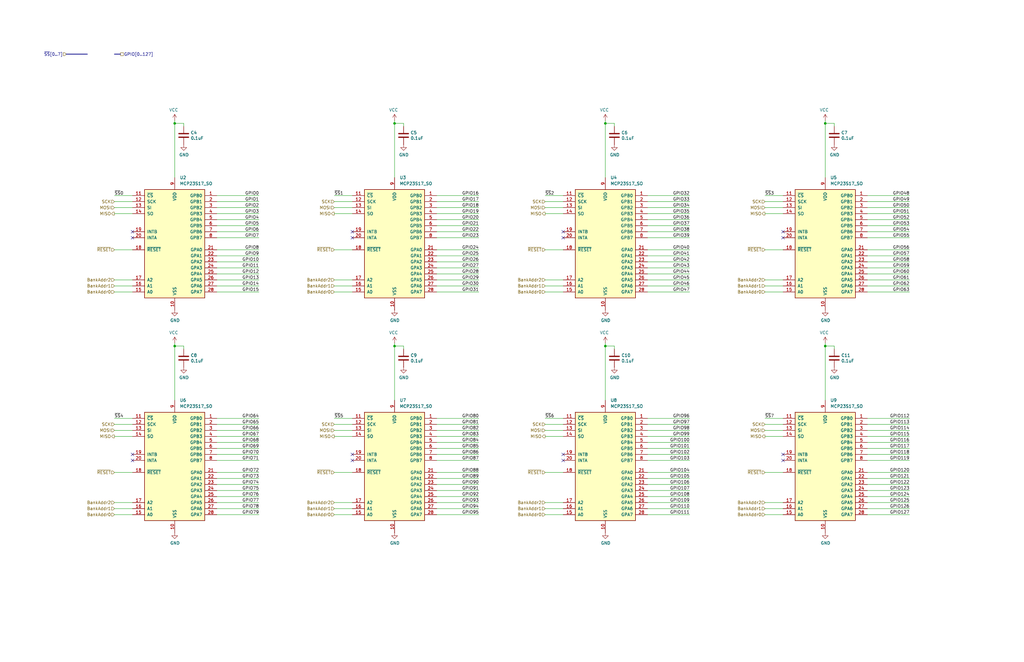
<source format=kicad_sch>
(kicad_sch (version 20250114) (generator "eeschema") (generator_version "9.0")
  (paper "USLedger")
  (title_block (date "2025-08-01"))
  (lib_symbols
    (symbol "Device:C" (pin_numbers (hide yes)) (pin_names (offset 0.254))
      (property "Reference" "C" (at 0.635 2.54 0))
      (property "Value" "C" (at 0.635 -2.54 0))
      (symbol "C_0_1"
        (polyline (pts (xy -2.032 0.762) (xy 2.032 0.762)) (stroke (width 0.508)))
        (polyline (pts (xy -2.032 -0.762) (xy 2.032 -0.762)) (stroke (width 0.508)))
      )
      (symbol "C_1_1"
        (pin passive line (at 0 3.81 270) (length 2.794) (name "~") (number "1"))
        (pin passive line (at 0 -3.81 90) (length 2.794) (name "~") (number "2"))
      )
    )
    (symbol "Interface_Expansion:MCP23S17_SO" (pin_names (offset 1.016))
      (property "Reference" "U" (at -11.43 24.13 0))
      (property "Value" "MCP23S17_SO" (at 0 0 0))
      (symbol "MCP23S17_SO_0_1"
        (rectangle (start -12.7 22.86) (end 12.7 -22.86) (stroke (width 0.254)) (fill (type background)))
      )
      (symbol "MCP23S17_SO_1_1"
        (pin input line (at -17.78 20.32 0) (length 5.08) (name "~{CS}") (number "11"))
        (pin input line (at -17.78 17.78 0) (length 5.08) (name "SCK") (number "12"))
        (pin input line (at -17.78 15.24 0) (length 5.08) (name "SI") (number "13"))
        (pin tri_state line (at -17.78 12.7 0) (length 5.08) (name "SO") (number "14"))
        (pin tri_state line (at -17.78 5.08 0) (length 5.08) (name "INTB") (number "19"))
        (pin tri_state line (at -17.78 2.54 0) (length 5.08) (name "INTA") (number "20"))
        (pin input line (at -17.78 -2.54 0) (length 5.08) (name "~{RESET}") (number "18"))
        (pin input line (at -17.78 -15.24 0) (length 5.08) (name "A2") (number "17"))
        (pin input line (at -17.78 -17.78 0) (length 5.08) (name "A1") (number "16"))
        (pin input line (at -17.78 -20.32 0) (length 5.08) (name "A0") (number "15"))
        (pin power_in line (at 0 27.94 270) (length 5.08) (name "VDD") (number "9"))
        (pin power_in line (at 0 -27.94 90) (length 5.08) (name "VSS") (number "10"))
        (pin bidirectional line (at 17.78 20.32 180) (length 5.08) (name "GPB0") (number "1"))
        (pin bidirectional line (at 17.78 17.78 180) (length 5.08) (name "GPB1") (number "2"))
        (pin bidirectional line (at 17.78 15.24 180) (length 5.08) (name "GPB2") (number "3"))
        (pin bidirectional line (at 17.78 12.7 180) (length 5.08) (name "GPB3") (number "4"))
        (pin bidirectional line (at 17.78 10.16 180) (length 5.08) (name "GPB4") (number "5"))
        (pin bidirectional line (at 17.78 7.62 180) (length 5.08) (name "GPB5") (number "6"))
        (pin bidirectional line (at 17.78 5.08 180) (length 5.08) (name "GPB6") (number "7"))
        (pin bidirectional line (at 17.78 2.54 180) (length 5.08) (name "GPB7") (number "8"))
        (pin bidirectional line (at 17.78 -2.54 180) (length 5.08) (name "GPA0") (number "21"))
        (pin bidirectional line (at 17.78 -5.08 180) (length 5.08) (name "GPA1") (number "22"))
        (pin bidirectional line (at 17.78 -7.62 180) (length 5.08) (name "GPA2") (number "23"))
        (pin bidirectional line (at 17.78 -10.16 180) (length 5.08) (name "GPA3") (number "24"))
        (pin bidirectional line (at 17.78 -12.7 180) (length 5.08) (name "GPA4") (number "25"))
        (pin bidirectional line (at 17.78 -15.24 180) (length 5.08) (name "GPA5") (number "26"))
        (pin bidirectional line (at 17.78 -17.78 180) (length 5.08) (name "GPA6") (number "27"))
        (pin bidirectional line (at 17.78 -20.32 180) (length 5.08) (name "GPA7") (number "28"))
      )
    )
    (symbol "power:GND" (power) (pin_numbers (hide yes)) (pin_names (offset 0) (hide yes))
      (property "Value" "GND" (at 0 -3.81 0))
      (symbol "GND_0_1"
        (polyline (pts (xy 0 0) (xy 0 -1.27) (xy 1.27 -1.27) (xy 0 -2.54) (xy -1.27 -1.27) (xy 0 -1.27)))
      )
      (symbol "GND_1_1"
        (pin power_in line (at 0 0 270) (length 0) (name "~") (number "1"))
      )
    )
    (symbol "power:VCC" (power) (pin_numbers (hide yes)) (pin_names (offset 0) (hide yes))
      (property "Value" "VCC" (at 0 3.556 0))
      (symbol "VCC_0_1"
        (polyline (pts (xy -0.762 1.27) (xy 0 2.54)))
        (polyline (pts (xy 0 2.54) (xy 0.762 1.27)))
        (polyline (pts (xy 0 0) (xy 0 2.54)))
      )
      (symbol "VCC_1_1"
        (pin power_in line (at 0 0 90) (length 0) (name "~") (number "1"))
      )
    )
  )
  (junction (at 73.66 52.07))
  (junction (at 255.27 146.05))
  (junction (at 166.37 146.05))
  (junction (at 73.66 146.05))
  (junction (at 347.98 146.05))
  (junction (at 347.98 52.07))
  (junction (at 166.37 52.07))
  (junction (at 255.27 52.07))
  (no_connect (at 330.2 191.77))
  (no_connect (at 148.59 97.79))
  (no_connect (at 237.49 194.31))
  (no_connect (at 237.49 100.33))
  (no_connect (at 55.88 194.31))
  (no_connect (at 55.88 100.33))
  (no_connect (at 237.49 97.79))
  (no_connect (at 55.88 191.77))
  (no_connect (at 148.59 191.77))
  (no_connect (at 55.88 97.79))
  (no_connect (at 237.49 191.77))
  (no_connect (at 330.2 100.33))
  (no_connect (at 330.2 194.31))
  (no_connect (at 148.59 194.31))
  (no_connect (at 330.2 97.79))
  (no_connect (at 148.59 100.33))
  (wire (pts (xy 322.58 90.17) (xy 330.2 90.17)))
  (wire (pts (xy 201.93 179.07) (xy 184.15 179.07)))
  (wire (pts (xy 201.93 189.23) (xy 184.15 189.23)))
  (wire (pts (xy 201.93 214.63) (xy 184.15 214.63)))
  (wire (pts (xy 140.97 179.07) (xy 148.59 179.07)))
  (wire (pts (xy 201.93 110.49) (xy 184.15 110.49)))
  (wire (pts (xy 140.97 181.61) (xy 148.59 181.61)))
  (wire (pts (xy 322.58 176.53) (xy 330.2 176.53)))
  (wire (pts (xy 201.93 107.95) (xy 184.15 107.95)))
  (wire (pts (xy 322.58 118.11) (xy 330.2 118.11)))
  (wire (pts (xy 383.54 110.49) (xy 365.76 110.49)))
  (wire (pts (xy 229.87 199.39) (xy 237.49 199.39)))
  (wire (pts (xy 229.87 120.65) (xy 237.49 120.65)))
  (wire (pts (xy 201.93 92.71) (xy 184.15 92.71)))
  (wire (pts (xy 383.54 123.19) (xy 365.76 123.19)))
  (wire (pts (xy 290.83 110.49) (xy 273.05 110.49)))
  (wire (pts (xy 229.87 87.63) (xy 237.49 87.63)))
  (wire (pts (xy 73.66 50.8) (xy 73.66 52.07)))
  (wire (pts (xy 259.08 147.32) (xy 259.08 146.05)))
  (wire (pts (xy 48.26 179.07) (xy 55.88 179.07)))
  (wire (pts (xy 322.58 199.39) (xy 330.2 199.39)))
  (wire (pts (xy 109.22 118.11) (xy 91.44 118.11)))
  (wire (pts (xy 383.54 207.01) (xy 365.76 207.01)))
  (wire (pts (xy 201.93 120.65) (xy 184.15 120.65)))
  (wire (pts (xy 290.83 199.39) (xy 273.05 199.39)))
  (wire (pts (xy 383.54 107.95) (xy 365.76 107.95)))
  (wire (pts (xy 322.58 179.07) (xy 330.2 179.07)))
  (wire (pts (xy 383.54 176.53) (xy 365.76 176.53)))
  (wire (pts (xy 109.22 110.49) (xy 91.44 110.49)))
  (wire (pts (xy 383.54 179.07) (xy 365.76 179.07)))
  (wire (pts (xy 48.26 217.17) (xy 55.88 217.17)))
  (wire (pts (xy 290.83 186.69) (xy 273.05 186.69)))
  (wire (pts (xy 166.37 50.8) (xy 166.37 52.07)))
  (wire (pts (xy 140.97 85.09) (xy 148.59 85.09)))
  (wire (pts (xy 48.26 214.63) (xy 55.88 214.63)))
  (wire (pts (xy 109.22 181.61) (xy 91.44 181.61)))
  (wire (pts (xy 290.83 87.63) (xy 273.05 87.63)))
  (wire (pts (xy 170.18 53.34) (xy 170.18 52.07)))
  (wire (pts (xy 290.83 217.17) (xy 273.05 217.17)))
  (wire (pts (xy 290.83 118.11) (xy 273.05 118.11)))
  (wire (pts (xy 290.83 184.15) (xy 273.05 184.15)))
  (wire (pts (xy 201.93 85.09) (xy 184.15 85.09)))
  (wire (pts (xy 109.22 82.55) (xy 91.44 82.55)))
  (wire (pts (xy 109.22 115.57) (xy 91.44 115.57)))
  (wire (pts (xy 201.93 97.79) (xy 184.15 97.79)))
  (wire (pts (xy 347.98 52.07) (xy 351.79 52.07)))
  (wire (pts (xy 322.58 87.63) (xy 330.2 87.63)))
  (wire (pts (xy 322.58 217.17) (xy 330.2 217.17)))
  (wire (pts (xy 140.97 184.15) (xy 148.59 184.15)))
  (wire (pts (xy 48.26 105.41) (xy 55.88 105.41)))
  (wire (pts (xy 347.98 52.07) (xy 347.98 74.93)))
  (bus (pts (xy 27.94 22.86) (xy 36.83 22.86)))
  (wire (pts (xy 290.83 204.47) (xy 273.05 204.47)))
  (wire (pts (xy 383.54 85.09) (xy 365.76 85.09)))
  (wire (pts (xy 290.83 120.65) (xy 273.05 120.65)))
  (wire (pts (xy 383.54 92.71) (xy 365.76 92.71)))
  (wire (pts (xy 201.93 209.55) (xy 184.15 209.55)))
  (wire (pts (xy 383.54 184.15) (xy 365.76 184.15)))
  (wire (pts (xy 77.47 53.34) (xy 77.47 52.07)))
  (bus (pts (xy 50.8 22.86) (xy 48.26 22.86)))
  (wire (pts (xy 383.54 115.57) (xy 365.76 115.57)))
  (wire (pts (xy 229.87 82.55) (xy 237.49 82.55)))
  (wire (pts (xy 48.26 184.15) (xy 55.88 184.15)))
  (wire (pts (xy 166.37 146.05) (xy 170.18 146.05)))
  (wire (pts (xy 201.93 115.57) (xy 184.15 115.57)))
  (wire (pts (xy 229.87 212.09) (xy 237.49 212.09)))
  (wire (pts (xy 140.97 214.63) (xy 148.59 214.63)))
  (wire (pts (xy 48.26 199.39) (xy 55.88 199.39)))
  (wire (pts (xy 383.54 186.69) (xy 365.76 186.69)))
  (wire (pts (xy 201.93 123.19) (xy 184.15 123.19)))
  (wire (pts (xy 109.22 87.63) (xy 91.44 87.63)))
  (wire (pts (xy 290.83 181.61) (xy 273.05 181.61)))
  (wire (pts (xy 166.37 144.78) (xy 166.37 146.05)))
  (wire (pts (xy 109.22 201.93) (xy 91.44 201.93)))
  (wire (pts (xy 109.22 100.33) (xy 91.44 100.33)))
  (wire (pts (xy 48.26 90.17) (xy 55.88 90.17)))
  (wire (pts (xy 109.22 207.01) (xy 91.44 207.01)))
  (wire (pts (xy 229.87 176.53) (xy 237.49 176.53)))
  (wire (pts (xy 73.66 146.05) (xy 77.47 146.05)))
  (wire (pts (xy 383.54 191.77) (xy 365.76 191.77)))
  (wire (pts (xy 109.22 179.07) (xy 91.44 179.07)))
  (wire (pts (xy 201.93 105.41) (xy 184.15 105.41)))
  (wire (pts (xy 322.58 85.09) (xy 330.2 85.09)))
  (wire (pts (xy 229.87 123.19) (xy 237.49 123.19)))
  (wire (pts (xy 383.54 100.33) (xy 365.76 100.33)))
  (wire (pts (xy 322.58 82.55) (xy 330.2 82.55)))
  (wire (pts (xy 140.97 123.19) (xy 148.59 123.19)))
  (wire (pts (xy 48.26 120.65) (xy 55.88 120.65)))
  (wire (pts (xy 109.22 107.95) (xy 91.44 107.95)))
  (wire (pts (xy 166.37 146.05) (xy 166.37 168.91)))
  (wire (pts (xy 383.54 97.79) (xy 365.76 97.79)))
  (wire (pts (xy 166.37 52.07) (xy 166.37 74.93)))
  (wire (pts (xy 347.98 144.78) (xy 347.98 146.05)))
  (wire (pts (xy 229.87 184.15) (xy 237.49 184.15)))
  (wire (pts (xy 383.54 194.31) (xy 365.76 194.31)))
  (wire (pts (xy 290.83 92.71) (xy 273.05 92.71)))
  (wire (pts (xy 77.47 147.32) (xy 77.47 146.05)))
  (wire (pts (xy 322.58 181.61) (xy 330.2 181.61)))
  (wire (pts (xy 383.54 90.17) (xy 365.76 90.17)))
  (wire (pts (xy 73.66 52.07) (xy 73.66 74.93)))
  (wire (pts (xy 290.83 201.93) (xy 273.05 201.93)))
  (wire (pts (xy 229.87 118.11) (xy 237.49 118.11)))
  (wire (pts (xy 351.79 147.32) (xy 351.79 146.05)))
  (wire (pts (xy 201.93 184.15) (xy 184.15 184.15)))
  (wire (pts (xy 109.22 186.69) (xy 91.44 186.69)))
  (wire (pts (xy 290.83 176.53) (xy 273.05 176.53)))
  (wire (pts (xy 322.58 214.63) (xy 330.2 214.63)))
  (wire (pts (xy 140.97 217.17) (xy 148.59 217.17)))
  (wire (pts (xy 255.27 146.05) (xy 259.08 146.05)))
  (wire (pts (xy 109.22 95.25) (xy 91.44 95.25)))
  (wire (pts (xy 73.66 146.05) (xy 73.66 168.91)))
  (wire (pts (xy 383.54 120.65) (xy 365.76 120.65)))
  (wire (pts (xy 166.37 52.07) (xy 170.18 52.07)))
  (wire (pts (xy 73.66 144.78) (xy 73.66 146.05)))
  (wire (pts (xy 48.26 212.09) (xy 55.88 212.09)))
  (wire (pts (xy 109.22 113.03) (xy 91.44 113.03)))
  (wire (pts (xy 48.26 181.61) (xy 55.88 181.61)))
  (wire (pts (xy 229.87 85.09) (xy 237.49 85.09)))
  (wire (pts (xy 383.54 217.17) (xy 365.76 217.17)))
  (wire (pts (xy 229.87 217.17) (xy 237.49 217.17)))
  (wire (pts (xy 109.22 176.53) (xy 91.44 176.53)))
  (wire (pts (xy 383.54 204.47) (xy 365.76 204.47)))
  (wire (pts (xy 140.97 90.17) (xy 148.59 90.17)))
  (wire (pts (xy 140.97 212.09) (xy 148.59 212.09)))
  (wire (pts (xy 383.54 118.11) (xy 365.76 118.11)))
  (wire (pts (xy 290.83 90.17) (xy 273.05 90.17)))
  (wire (pts (xy 383.54 209.55) (xy 365.76 209.55)))
  (wire (pts (xy 229.87 181.61) (xy 237.49 181.61)))
  (wire (pts (xy 322.58 212.09) (xy 330.2 212.09)))
  (wire (pts (xy 201.93 100.33) (xy 184.15 100.33)))
  (wire (pts (xy 201.93 118.11) (xy 184.15 118.11)))
  (wire (pts (xy 109.22 214.63) (xy 91.44 214.63)))
  (wire (pts (xy 259.08 53.34) (xy 259.08 52.07)))
  (wire (pts (xy 140.97 105.41) (xy 148.59 105.41)))
  (wire (pts (xy 290.83 105.41) (xy 273.05 105.41)))
  (wire (pts (xy 290.83 191.77) (xy 273.05 191.77)))
  (wire (pts (xy 109.22 212.09) (xy 91.44 212.09)))
  (wire (pts (xy 140.97 199.39) (xy 148.59 199.39)))
  (wire (pts (xy 48.26 85.09) (xy 55.88 85.09)))
  (wire (pts (xy 170.18 147.32) (xy 170.18 146.05)))
  (wire (pts (xy 109.22 209.55) (xy 91.44 209.55)))
  (wire (pts (xy 140.97 118.11) (xy 148.59 118.11)))
  (wire (pts (xy 322.58 105.41) (xy 330.2 105.41)))
  (wire (pts (xy 140.97 120.65) (xy 148.59 120.65)))
  (wire (pts (xy 322.58 123.19) (xy 330.2 123.19)))
  (wire (pts (xy 383.54 212.09) (xy 365.76 212.09)))
  (wire (pts (xy 201.93 194.31) (xy 184.15 194.31)))
  (wire (pts (xy 48.26 123.19) (xy 55.88 123.19)))
  (wire (pts (xy 347.98 146.05) (xy 351.79 146.05)))
  (wire (pts (xy 201.93 201.93) (xy 184.15 201.93)))
  (wire (pts (xy 109.22 90.17) (xy 91.44 90.17)))
  (wire (pts (xy 383.54 113.03) (xy 365.76 113.03)))
  (wire (pts (xy 109.22 92.71) (xy 91.44 92.71)))
  (wire (pts (xy 383.54 95.25) (xy 365.76 95.25)))
  (wire (pts (xy 109.22 184.15) (xy 91.44 184.15)))
  (wire (pts (xy 201.93 90.17) (xy 184.15 90.17)))
  (wire (pts (xy 109.22 123.19) (xy 91.44 123.19)))
  (wire (pts (xy 290.83 95.25) (xy 273.05 95.25)))
  (wire (pts (xy 290.83 97.79) (xy 273.05 97.79)))
  (wire (pts (xy 109.22 199.39) (xy 91.44 199.39)))
  (wire (pts (xy 255.27 146.05) (xy 255.27 168.91)))
  (wire (pts (xy 290.83 189.23) (xy 273.05 189.23)))
  (wire (pts (xy 229.87 90.17) (xy 237.49 90.17)))
  (wire (pts (xy 255.27 52.07) (xy 259.08 52.07)))
  (wire (pts (xy 201.93 176.53) (xy 184.15 176.53)))
  (wire (pts (xy 229.87 179.07) (xy 237.49 179.07)))
  (wire (pts (xy 201.93 186.69) (xy 184.15 186.69)))
  (wire (pts (xy 109.22 105.41) (xy 91.44 105.41)))
  (wire (pts (xy 109.22 217.17) (xy 91.44 217.17)))
  (wire (pts (xy 140.97 176.53) (xy 148.59 176.53)))
  (wire (pts (xy 48.26 87.63) (xy 55.88 87.63)))
  (wire (pts (xy 290.83 82.55) (xy 273.05 82.55)))
  (wire (pts (xy 201.93 87.63) (xy 184.15 87.63)))
  (wire (pts (xy 383.54 105.41) (xy 365.76 105.41)))
  (wire (pts (xy 255.27 144.78) (xy 255.27 146.05)))
  (wire (pts (xy 290.83 123.19) (xy 273.05 123.19)))
  (wire (pts (xy 290.83 179.07) (xy 273.05 179.07)))
  (wire (pts (xy 109.22 189.23) (xy 91.44 189.23)))
  (wire (pts (xy 290.83 209.55) (xy 273.05 209.55)))
  (wire (pts (xy 48.26 176.53) (xy 55.88 176.53)))
  (wire (pts (xy 229.87 105.41) (xy 237.49 105.41)))
  (wire (pts (xy 351.79 53.34) (xy 351.79 52.07)))
  (wire (pts (xy 73.66 52.07) (xy 77.47 52.07)))
  (wire (pts (xy 347.98 146.05) (xy 347.98 168.91)))
  (wire (pts (xy 201.93 212.09) (xy 184.15 212.09)))
  (wire (pts (xy 109.22 204.47) (xy 91.44 204.47)))
  (wire (pts (xy 290.83 115.57) (xy 273.05 115.57)))
  (wire (pts (xy 109.22 97.79) (xy 91.44 97.79)))
  (wire (pts (xy 383.54 214.63) (xy 365.76 214.63)))
  (wire (pts (xy 255.27 50.8) (xy 255.27 52.07)))
  (wire (pts (xy 290.83 107.95) (xy 273.05 107.95)))
  (wire (pts (xy 290.83 212.09) (xy 273.05 212.09)))
  (wire (pts (xy 201.93 191.77) (xy 184.15 191.77)))
  (wire (pts (xy 140.97 87.63) (xy 148.59 87.63)))
  (wire (pts (xy 201.93 217.17) (xy 184.15 217.17)))
  (wire (pts (xy 201.93 82.55) (xy 184.15 82.55)))
  (wire (pts (xy 290.83 194.31) (xy 273.05 194.31)))
  (wire (pts (xy 255.27 52.07) (xy 255.27 74.93)))
  (wire (pts (xy 290.83 100.33) (xy 273.05 100.33)))
  (wire (pts (xy 109.22 194.31) (xy 91.44 194.31)))
  (wire (pts (xy 201.93 199.39) (xy 184.15 199.39)))
  (wire (pts (xy 383.54 199.39) (xy 365.76 199.39)))
  (wire (pts (xy 48.26 82.55) (xy 55.88 82.55)))
  (wire (pts (xy 383.54 87.63) (xy 365.76 87.63)))
  (wire (pts (xy 201.93 207.01) (xy 184.15 207.01)))
  (wire (pts (xy 290.83 85.09) (xy 273.05 85.09)))
  (wire (pts (xy 201.93 95.25) (xy 184.15 95.25)))
  (wire (pts (xy 48.26 118.11) (xy 55.88 118.11)))
  (wire (pts (xy 109.22 120.65) (xy 91.44 120.65)))
  (wire (pts (xy 347.98 50.8) (xy 347.98 52.07)))
  (wire (pts (xy 109.22 191.77) (xy 91.44 191.77)))
  (wire (pts (xy 322.58 184.15) (xy 330.2 184.15)))
  (wire (pts (xy 201.93 113.03) (xy 184.15 113.03)))
  (wire (pts (xy 109.22 85.09) (xy 91.44 85.09)))
  (wire (pts (xy 140.97 82.55) (xy 148.59 82.55)))
  (wire (pts (xy 383.54 189.23) (xy 365.76 189.23)))
  (wire (pts (xy 290.83 207.01) (xy 273.05 207.01)))
  (wire (pts (xy 290.83 113.03) (xy 273.05 113.03)))
  (wire (pts (xy 383.54 181.61) (xy 365.76 181.61)))
  (wire (pts (xy 201.93 204.47) (xy 184.15 204.47)))
  (wire (pts (xy 229.87 214.63) (xy 237.49 214.63)))
  (wire (pts (xy 322.58 120.65) (xy 330.2 120.65)))
  (wire (pts (xy 383.54 201.93) (xy 365.76 201.93)))
  (wire (pts (xy 383.54 82.55) (xy 365.76 82.55)))
  (wire (pts (xy 201.93 181.61) (xy 184.15 181.61)))
  (wire (pts (xy 290.83 214.63) (xy 273.05 214.63)))
  (label "GPIO0" (at 109.22 82.55 180))
  (label "GPIO30" (at 201.93 120.65 180))
  (label "GPIO117" (at 383.54 189.23 180))
  (label "GPIO38" (at 290.83 97.79 180))
  (label "GPIO88" (at 201.93 199.39 180))
  (label "GPIO40" (at 290.83 105.41 180))
  (label "GPIO29" (at 201.93 118.11 180))
  (label "GPIO90" (at 201.93 204.47 180))
  (label "GPIO118" (at 383.54 191.77 180))
  (label "GPIO11" (at 109.22 113.03 180))
  (label "GPIO10" (at 109.22 110.49 180))
  (label "GPIO68" (at 109.22 186.69 180))
  (label "GPIO8" (at 109.22 105.41 180))
  (label "GPIO115" (at 383.54 184.15 180))
  (label "GPIO100" (at 290.83 186.69 180))
  (label "GPIO114" (at 383.54 181.61 180))
  (label "~{SS}4" (at 48.26 176.53 0))
  (label "GPIO7" (at 109.22 100.33 180))
  (label "GPIO93" (at 201.93 212.09 180))
  (label "GPIO34" (at 290.83 87.63 180))
  (label "GPIO121" (at 383.54 201.93 180))
  (label "GPIO54" (at 383.54 97.79 180))
  (label "GPIO9" (at 109.22 107.95 180))
  (label "GPIO36" (at 290.83 92.71 180))
  (label "GPIO62" (at 383.54 120.65 180))
  (label "GPIO59" (at 383.54 113.03 180))
  (label "GPIO105" (at 290.83 201.93 180))
  (label "GPIO31" (at 201.93 123.19 180))
  (label "GPIO58" (at 383.54 110.49 180))
  (label "GPIO48" (at 383.54 82.55 180))
  (label "GPIO85" (at 201.93 189.23 180))
  (label "GPIO65" (at 109.22 179.07 180))
  (label "GPIO96" (at 290.83 176.53 180))
  (label "GPIO104" (at 290.83 199.39 180))
  (label "GPIO95" (at 201.93 217.17 180))
  (label "~{SS}3" (at 322.58 82.55 0))
  (label "GPIO39" (at 290.83 100.33 180))
  (label "GPIO66" (at 109.22 181.61 180))
  (label "GPIO22" (at 201.93 97.79 180))
  (label "GPIO3" (at 109.22 90.17 180))
  (label "GPIO47" (at 290.83 123.19 180))
  (label "GPIO108" (at 290.83 209.55 180))
  (label "GPIO89" (at 201.93 201.93 180))
  (label "GPIO124" (at 383.54 209.55 180))
  (label "GPIO84" (at 201.93 186.69 180))
  (label "GPIO70" (at 109.22 191.77 180))
  (label "GPIO79" (at 109.22 217.17 180))
  (label "GPIO113" (at 383.54 179.07 180))
  (label "GPIO4" (at 109.22 92.71 180))
  (label "GPIO24" (at 201.93 105.41 180))
  (label "GPIO103" (at 290.83 194.31 180))
  (label "GPIO33" (at 290.83 85.09 180))
  (label "GPIO21" (at 201.93 95.25 180))
  (label "GPIO127" (at 383.54 217.17 180))
  (label "GPIO112" (at 383.54 176.53 180))
  (label "GPIO18" (at 201.93 87.63 180))
  (label "GPIO92" (at 201.93 209.55 180))
  (label "GPIO16" (at 201.93 82.55 180))
  (label "GPIO50" (at 383.54 87.63 180))
  (label "GPIO122" (at 383.54 204.47 180))
  (label "GPIO1" (at 109.22 85.09 180))
  (label "GPIO77" (at 109.22 212.09 180))
  (label "GPIO74" (at 109.22 204.47 180))
  (label "GPIO35" (at 290.83 90.17 180))
  (label "GPIO87" (at 201.93 194.31 180))
  (label "GPIO72" (at 109.22 199.39 180))
  (label "GPIO64" (at 109.22 176.53 180))
  (label "GPIO27" (at 201.93 113.03 180))
  (label "GPIO75" (at 109.22 207.01 180))
  (label "GPIO81" (at 201.93 179.07 180))
  (label "GPIO116" (at 383.54 186.69 180))
  (label "GPIO49" (at 383.54 85.09 180))
  (label "GPIO120" (at 383.54 199.39 180))
  (label "GPIO15" (at 109.22 123.19 180))
  (label "GPIO60" (at 383.54 115.57 180))
  (label "GPIO55" (at 383.54 100.33 180))
  (label "GPIO86" (at 201.93 191.77 180))
  (label "GPIO13" (at 109.22 118.11 180))
  (label "GPIO20" (at 201.93 92.71 180))
  (label "GPIO14" (at 109.22 120.65 180))
  (label "GPIO126" (at 383.54 214.63 180))
  (label "GPIO61" (at 383.54 118.11 180))
  (label "GPIO17" (at 201.93 85.09 180))
  (label "GPIO125" (at 383.54 212.09 180))
  (label "GPIO102" (at 290.83 191.77 180))
  (label "GPIO98" (at 290.83 181.61 180))
  (label "GPIO57" (at 383.54 107.95 180))
  (label "GPIO71" (at 109.22 194.31 180))
  (label "GPIO23" (at 201.93 100.33 180))
  (label "GPIO28" (at 201.93 115.57 180))
  (label "GPIO123" (at 383.54 207.01 180))
  (label "GPIO119" (at 383.54 194.31 180))
  (label "GPIO46" (at 290.83 120.65 180))
  (label "GPIO83" (at 201.93 184.15 180))
  (label "GPIO19" (at 201.93 90.17 180))
  (label "GPIO110" (at 290.83 214.63 180))
  (label "GPIO76" (at 109.22 209.55 180))
  (label "GPIO80" (at 201.93 176.53 180))
  (label "GPIO53" (at 383.54 95.25 180))
  (label "GPIO82" (at 201.93 181.61 180))
  (label "GPIO91" (at 201.93 207.01 180))
  (label "GPIO51" (at 383.54 90.17 180))
  (label "GPIO42" (at 290.83 110.49 180))
  (label "GPIO94" (at 201.93 214.63 180))
  (label "GPIO37" (at 290.83 95.25 180))
  (label "GPIO26" (at 201.93 110.49 180))
  (label "GPIO106" (at 290.83 204.47 180))
  (label "GPIO107" (at 290.83 207.01 180))
  (label "GPIO5" (at 109.22 95.25 180))
  (label "~{SS}7" (at 322.58 176.53 0))
  (label "GPIO2" (at 109.22 87.63 180))
  (label "GPIO43" (at 290.83 113.03 180))
  (label "~{SS}6" (at 229.87 176.53 0))
  (label "GPIO52" (at 383.54 92.71 180))
  (label "GPIO44" (at 290.83 115.57 180))
  (label "~{SS}5" (at 140.97 176.53 0))
  (label "GPIO111" (at 290.83 217.17 180))
  (label "GPIO109" (at 290.83 212.09 180))
  (label "GPIO45" (at 290.83 118.11 180))
  (label "GPIO25" (at 201.93 107.95 180))
  (label "~{SS}0" (at 48.26 82.55 0))
  (label "GPIO41" (at 290.83 107.95 180))
  (label "GPIO56" (at 383.54 105.41 180))
  (label "~{SS}1" (at 140.97 82.55 0))
  (label "~{SS}2" (at 229.87 82.55 0))
  (label "GPIO101" (at 290.83 189.23 180))
  (label "GPIO32" (at 290.83 82.55 180))
  (label "GPIO78" (at 109.22 214.63 180))
  (label "GPIO97" (at 290.83 179.07 180))
  (label "GPIO99" (at 290.83 184.15 180))
  (label "GPIO63" (at 383.54 123.19 180))
  (label "GPIO69" (at 109.22 189.23 180))
  (label "GPIO73" (at 109.22 201.93 180))
  (label "GPIO12" (at 109.22 115.57 180))
  (label "GPIO67" (at 109.22 184.15 180))
  (label "GPIO6" (at 109.22 97.79 180))
  (hierarchical_label "~{SS}[0..7]" (shape input) (at 27.94 22.86 180))
  (hierarchical_label "BankAddr0" (shape input) (at 140.97 123.19 180))
  (hierarchical_label "BankAddr1" (shape input) (at 48.26 214.63 180))
  (hierarchical_label "MISO" (shape output) (at 322.58 90.17 180))
  (hierarchical_label "~{RESET}" (shape input) (at 229.87 199.39 180))
  (hierarchical_label "MOSI" (shape input) (at 322.58 87.63 180))
  (hierarchical_label "MOSI" (shape input) (at 229.87 87.63 180))
  (hierarchical_label "~{RESET}" (shape input) (at 229.87 105.41 180))
  (hierarchical_label "BankAddr2" (shape input) (at 48.26 118.11 180))
  (hierarchical_label "~{RESET}" (shape input) (at 48.26 199.39 180))
  (hierarchical_label "~{RESET}" (shape input) (at 322.58 199.39 180))
  (hierarchical_label "MISO" (shape output) (at 229.87 184.15 180))
  (hierarchical_label "BankAddr1" (shape input) (at 140.97 214.63 180))
  (hierarchical_label "MISO" (shape output) (at 322.58 184.15 180))
  (hierarchical_label "MOSI" (shape input) (at 322.58 181.61 180))
  (hierarchical_label "MOSI" (shape input) (at 48.26 87.63 180))
  (hierarchical_label "MISO" (shape output) (at 140.97 184.15 180))
  (hierarchical_label "BankAddr2" (shape input) (at 140.97 212.09 180))
  (hierarchical_label "MOSI" (shape input) (at 48.26 181.61 180))
  (hierarchical_label "BankAddr2" (shape input) (at 48.26 212.09 180))
  (hierarchical_label "BankAddr2" (shape input) (at 322.58 212.09 180))
  (hierarchical_label "SCK" (shape input) (at 322.58 179.07 180))
  (hierarchical_label "SCK" (shape input) (at 229.87 179.07 180))
  (hierarchical_label "BankAddr2" (shape input) (at 229.87 118.11 180))
  (hierarchical_label "MISO" (shape output) (at 48.26 184.15 180))
  (hierarchical_label "SCK" (shape input) (at 140.97 85.09 180))
  (hierarchical_label "~{RESET}" (shape input) (at 140.97 105.41 180))
  (hierarchical_label "MOSI" (shape input) (at 140.97 87.63 180))
  (hierarchical_label "BankAddr1" (shape input) (at 48.26 120.65 180))
  (hierarchical_label "MISO" (shape output) (at 140.97 90.17 180))
  (hierarchical_label "BankAddr0" (shape input) (at 322.58 123.19 180))
  (hierarchical_label "SCK" (shape input) (at 140.97 179.07 180))
  (hierarchical_label "BankAddr1" (shape input) (at 140.97 120.65 180))
  (hierarchical_label "BankAddr1" (shape input) (at 229.87 214.63 180))
  (hierarchical_label "BankAddr1" (shape input) (at 229.87 120.65 180))
  (hierarchical_label "SCK" (shape input) (at 322.58 85.09 180))
  (hierarchical_label "~{RESET}" (shape input) (at 322.58 105.41 180))
  (hierarchical_label "~{RESET}" (shape input) (at 48.26 105.41 180))
  (hierarchical_label "BankAddr0" (shape input) (at 229.87 123.19 180))
  (hierarchical_label "BankAddr0" (shape input) (at 140.97 217.17 180))
  (hierarchical_label "~{RESET}" (shape input) (at 140.97 199.39 180))
  (hierarchical_label "BankAddr2" (shape input) (at 140.97 118.11 180))
  (hierarchical_label "SCK" (shape input) (at 48.26 85.09 180))
  (hierarchical_label "MOSI" (shape input) (at 140.97 181.61 180))
  (hierarchical_label "SCK" (shape input) (at 48.26 179.07 180))
  (hierarchical_label "BankAddr1" (shape input) (at 322.58 120.65 180))
  (hierarchical_label "GPIO[0..127]" (shape passive) (at 50.8 22.86 0))
  (hierarchical_label "BankAddr0" (shape input) (at 229.87 217.17 180))
  (hierarchical_label "SCK" (shape input) (at 229.87 85.09 180))
  (hierarchical_label "BankAddr2" (shape input) (at 322.58 118.11 180))
  (hierarchical_label "BankAddr1" (shape input) (at 322.58 214.63 180))
  (hierarchical_label "BankAddr0" (shape input) (at 48.26 123.19 180))
  (hierarchical_label "MISO" (shape output) (at 229.87 90.17 180))
  (hierarchical_label "BankAddr0" (shape input) (at 48.26 217.17 180))
  (hierarchical_label "BankAddr0" (shape input) (at 322.58 217.17 180))
  (hierarchical_label "MOSI" (shape input) (at 229.87 181.61 180))
  (hierarchical_label "BankAddr2" (shape input) (at 229.87 212.09 180))
  (hierarchical_label "MISO" (shape output) (at 48.26 90.17 180))
  (symbol (lib_id "Device:C") (at 351.79 151.13 0) (unit 1)
    (property "Reference" "C11" (at 354.711 149.9616 0) (effects (justify left)))
    (property "Value" "0.1uF" (at 354.711 152.273 0) (effects (justify left)))
    (property "Footprint" "Capacitor_SMD:C_0603_1608Metric" (effects (hide yes)))
    (property "Datasheet" "https://www.mouser.com/datasheet/2/396/taiyo_yuden_12132018_mlcc11_hq_e-1510082.pdf" (effects (hide yes)))
    (property "Manufacturer" "Taiyo Yuden" (effects (hide yes)))
    (property "Manufacturer#" "EMK107B7104KAHT" (effects (hide yes)))
    (property "Mouser#" "963-EMK107B7104KAHT" (effects (hide yes)))
    (property "Digikey#" "587-6004-1-ND" (effects (hide yes)))
  )
  (symbol (lib_id "power:VCC") (at 166.37 50.8 0) (mirror y) (unit 1)
    (property "Reference" "#PWR026" (effects (hide yes)))
    (property "Value" "VCC" (at 165.9382 46.4058 0))
    (property "Description" "Power symbol creates a global label with name \"VCC\"" (effects (hide yes)))
  )
  (symbol (lib_id "Interface_Expansion:MCP23S17_SO") (at 255.27 196.85 0) (unit 1)
    (property "Reference" "U8" (at 257.4133 168.91 0) (effects (justify left)))
    (property "Value" "MCP23S17_SO" (at 257.4133 171.45 0) (effects (justify left)))
    (property "Footprint" "Package_SO:SOIC-28W_7.5x17.9mm_P1.27mm" (effects (hide yes)))
    (property "Datasheet" "http://ww1.microchip.com/downloads/en/DeviceDoc/20001952C.pdf" (effects (hide yes)))
    (property "Description" "16-bit I/O expander, SPI, interrupts, w pull-ups, SOIC-28" (effects (hide yes)))
  )
  (symbol (lib_id "power:VCC") (at 255.27 50.8 0) (mirror y) (unit 1)
    (property "Reference" "#PWR027" (effects (hide yes)))
    (property "Value" "VCC" (at 254.8382 46.4058 0))
    (property "Description" "Power symbol creates a global label with name \"VCC\"" (effects (hide yes)))
  )
  (symbol (lib_id "Device:C") (at 259.08 57.15 0) (unit 1)
    (property "Reference" "C6" (at 262.001 55.9816 0) (effects (justify left)))
    (property "Value" "0.1uF" (at 262.001 58.293 0) (effects (justify left)))
    (property "Footprint" "Capacitor_SMD:C_0603_1608Metric" (effects (hide yes)))
    (property "Datasheet" "https://www.mouser.com/datasheet/2/396/taiyo_yuden_12132018_mlcc11_hq_e-1510082.pdf" (effects (hide yes)))
    (property "Manufacturer" "Taiyo Yuden" (effects (hide yes)))
    (property "Manufacturer#" "EMK107B7104KAHT" (effects (hide yes)))
    (property "Mouser#" "963-EMK107B7104KAHT" (effects (hide yes)))
    (property "Digikey#" "587-6004-1-ND" (effects (hide yes)))
  )
  (symbol (lib_id "Interface_Expansion:MCP23S17_SO") (at 73.66 102.87 0) (unit 1)
    (property "Reference" "U2" (at 75.8033 74.93 0) (effects (justify left)))
    (property "Value" "MCP23S17_SO" (at 75.8033 77.47 0) (effects (justify left)))
    (property "Footprint" "Package_SO:SOIC-28W_7.5x17.9mm_P1.27mm" (effects (hide yes)))
    (property "Datasheet" "http://ww1.microchip.com/downloads/en/DeviceDoc/20001952C.pdf" (effects (hide yes)))
    (property "Description" "16-bit I/O expander, SPI, interrupts, w pull-ups, SOIC-28" (effects (hide yes)))
  )
  (symbol (lib_id "power:GND") (at 347.98 224.79 0) (unit 1)
    (property "Reference" "#PWR048" (effects (hide yes)))
    (property "Value" "GND" (at 348.107 229.1842 0))
    (property "Description" "Power symbol creates a global label with name \"GND\" , ground" (effects (hide yes)))
  )
  (symbol (lib_id "power:GND") (at 166.37 130.81 0) (unit 1)
    (property "Reference" "#PWR034" (effects (hide yes)))
    (property "Value" "GND" (at 166.497 135.2042 0))
    (property "Description" "Power symbol creates a global label with name \"GND\" , ground" (effects (hide yes)))
  )
  (symbol (lib_id "power:GND") (at 170.18 60.96 0) (unit 1)
    (property "Reference" "#PWR030" (effects (hide yes)))
    (property "Value" "GND" (at 170.307 65.3542 0))
    (property "Description" "Power symbol creates a global label with name \"GND\" , ground" (effects (hide yes)))
  )
  (symbol (lib_id "power:VCC") (at 347.98 144.78 0) (mirror y) (unit 1)
    (property "Reference" "#PWR040" (effects (hide yes)))
    (property "Value" "VCC" (at 347.5482 140.3858 0))
    (property "Description" "Power symbol creates a global label with name \"VCC\"" (effects (hide yes)))
  )
  (symbol (lib_id "Interface_Expansion:MCP23S17_SO") (at 166.37 196.85 0) (unit 1)
    (property "Reference" "U7" (at 168.5133 168.91 0) (effects (justify left)))
    (property "Value" "MCP23S17_SO" (at 168.5133 171.45 0) (effects (justify left)))
    (property "Footprint" "Package_SO:SOIC-28W_7.5x17.9mm_P1.27mm" (effects (hide yes)))
    (property "Datasheet" "http://ww1.microchip.com/downloads/en/DeviceDoc/20001952C.pdf" (effects (hide yes)))
    (property "Description" "16-bit I/O expander, SPI, interrupts, w pull-ups, SOIC-28" (effects (hide yes)))
  )
  (symbol (lib_id "Interface_Expansion:MCP23S17_SO") (at 347.98 102.87 0) (unit 1)
    (property "Reference" "U5" (at 350.1233 74.93 0) (effects (justify left)))
    (property "Value" "MCP23S17_SO" (at 350.1233 77.47 0) (effects (justify left)))
    (property "Footprint" "Package_SO:SOIC-28W_7.5x17.9mm_P1.27mm" (effects (hide yes)))
    (property "Datasheet" "http://ww1.microchip.com/downloads/en/DeviceDoc/20001952C.pdf" (effects (hide yes)))
    (property "Description" "16-bit I/O expander, SPI, interrupts, w pull-ups, SOIC-28" (effects (hide yes)))
  )
  (symbol (lib_id "power:GND") (at 170.18 154.94 0) (unit 1)
    (property "Reference" "#PWR042" (effects (hide yes)))
    (property "Value" "GND" (at 170.307 159.3342 0))
    (property "Description" "Power symbol creates a global label with name \"GND\" , ground" (effects (hide yes)))
  )
  (symbol (lib_id "Interface_Expansion:MCP23S17_SO") (at 255.27 102.87 0) (unit 1)
    (property "Reference" "U4" (at 257.4133 74.93 0) (effects (justify left)))
    (property "Value" "MCP23S17_SO" (at 257.4133 77.47 0) (effects (justify left)))
    (property "Footprint" "Package_SO:SOIC-28W_7.5x17.9mm_P1.27mm" (effects (hide yes)))
    (property "Datasheet" "http://ww1.microchip.com/downloads/en/DeviceDoc/20001952C.pdf" (effects (hide yes)))
    (property "Description" "16-bit I/O expander, SPI, interrupts, w pull-ups, SOIC-28" (effects (hide yes)))
  )
  (symbol (lib_id "Interface_Expansion:MCP23S17_SO") (at 347.98 196.85 0) (unit 1)
    (property "Reference" "U9" (at 350.1233 168.91 0) (effects (justify left)))
    (property "Value" "MCP23S17_SO" (at 350.1233 171.45 0) (effects (justify left)))
    (property "Footprint" "Package_SO:SOIC-28W_7.5x17.9mm_P1.27mm" (effects (hide yes)))
    (property "Datasheet" "http://ww1.microchip.com/downloads/en/DeviceDoc/20001952C.pdf" (effects (hide yes)))
    (property "Description" "16-bit I/O expander, SPI, interrupts, w pull-ups, SOIC-28" (effects (hide yes)))
  )
  (symbol (lib_id "Device:C") (at 170.18 151.13 0) (unit 1)
    (property "Reference" "C9" (at 173.101 149.9616 0) (effects (justify left)))
    (property "Value" "0.1uF" (at 173.101 152.273 0) (effects (justify left)))
    (property "Footprint" "Capacitor_SMD:C_0603_1608Metric" (effects (hide yes)))
    (property "Datasheet" "https://www.mouser.com/datasheet/2/396/taiyo_yuden_12132018_mlcc11_hq_e-1510082.pdf" (effects (hide yes)))
    (property "Manufacturer" "Taiyo Yuden" (effects (hide yes)))
    (property "Manufacturer#" "EMK107B7104KAHT" (effects (hide yes)))
    (property "Mouser#" "963-EMK107B7104KAHT" (effects (hide yes)))
    (property "Digikey#" "587-6004-1-ND" (effects (hide yes)))
  )
  (symbol (lib_id "Device:C") (at 259.08 151.13 0) (unit 1)
    (property "Reference" "C10" (at 262.001 149.9616 0) (effects (justify left)))
    (property "Value" "0.1uF" (at 262.001 152.273 0) (effects (justify left)))
    (property "Footprint" "Capacitor_SMD:C_0603_1608Metric" (effects (hide yes)))
    (property "Datasheet" "https://www.mouser.com/datasheet/2/396/taiyo_yuden_12132018_mlcc11_hq_e-1510082.pdf" (effects (hide yes)))
    (property "Manufacturer" "Taiyo Yuden" (effects (hide yes)))
    (property "Manufacturer#" "EMK107B7104KAHT" (effects (hide yes)))
    (property "Mouser#" "963-EMK107B7104KAHT" (effects (hide yes)))
    (property "Digikey#" "587-6004-1-ND" (effects (hide yes)))
  )
  (symbol (lib_id "power:VCC") (at 73.66 144.78 0) (mirror y) (unit 1)
    (property "Reference" "#PWR037" (effects (hide yes)))
    (property "Value" "VCC" (at 73.2282 140.3858 0))
    (property "Description" "Power symbol creates a global label with name \"VCC\"" (effects (hide yes)))
  )
  (symbol (lib_id "Device:C") (at 351.79 57.15 0) (unit 1)
    (property "Reference" "C7" (at 354.711 55.9816 0) (effects (justify left)))
    (property "Value" "0.1uF" (at 354.711 58.293 0) (effects (justify left)))
    (property "Footprint" "Capacitor_SMD:C_0603_1608Metric" (effects (hide yes)))
    (property "Datasheet" "https://www.mouser.com/datasheet/2/396/taiyo_yuden_12132018_mlcc11_hq_e-1510082.pdf" (effects (hide yes)))
    (property "Manufacturer" "Taiyo Yuden" (effects (hide yes)))
    (property "Manufacturer#" "EMK107B7104KAHT" (effects (hide yes)))
    (property "Mouser#" "963-EMK107B7104KAHT" (effects (hide yes)))
    (property "Digikey#" "587-6004-1-ND" (effects (hide yes)))
  )
  (symbol (lib_id "Device:C") (at 77.47 151.13 0) (unit 1)
    (property "Reference" "C8" (at 80.391 149.9616 0) (effects (justify left)))
    (property "Value" "0.1uF" (at 80.391 152.273 0) (effects (justify left)))
    (property "Footprint" "Capacitor_SMD:C_0603_1608Metric" (effects (hide yes)))
    (property "Datasheet" "https://www.mouser.com/datasheet/2/396/taiyo_yuden_12132018_mlcc11_hq_e-1510082.pdf" (effects (hide yes)))
    (property "Manufacturer" "Taiyo Yuden" (effects (hide yes)))
    (property "Manufacturer#" "EMK107B7104KAHT" (effects (hide yes)))
    (property "Mouser#" "963-EMK107B7104KAHT" (effects (hide yes)))
    (property "Digikey#" "587-6004-1-ND" (effects (hide yes)))
  )
  (symbol (lib_id "power:GND") (at 259.08 60.96 0) (unit 1)
    (property "Reference" "#PWR031" (effects (hide yes)))
    (property "Value" "GND" (at 259.207 65.3542 0))
    (property "Description" "Power symbol creates a global label with name \"GND\" , ground" (effects (hide yes)))
  )
  (symbol (lib_id "power:GND") (at 77.47 60.96 0) (unit 1)
    (property "Reference" "#PWR029" (effects (hide yes)))
    (property "Value" "GND" (at 77.597 65.3542 0))
    (property "Description" "Power symbol creates a global label with name \"GND\" , ground" (effects (hide yes)))
  )
  (symbol (lib_id "power:VCC") (at 347.98 50.8 0) (mirror y) (unit 1)
    (property "Reference" "#PWR028" (effects (hide yes)))
    (property "Value" "VCC" (at 347.5482 46.4058 0))
    (property "Description" "Power symbol creates a global label with name \"VCC\"" (effects (hide yes)))
  )
  (symbol (lib_id "Interface_Expansion:MCP23S17_SO") (at 166.37 102.87 0) (unit 1)
    (property "Reference" "U3" (at 168.5133 74.93 0) (effects (justify left)))
    (property "Value" "MCP23S17_SO" (at 168.5133 77.47 0) (effects (justify left)))
    (property "Footprint" "Package_SO:SOIC-28W_7.5x17.9mm_P1.27mm" (effects (hide yes)))
    (property "Datasheet" "http://ww1.microchip.com/downloads/en/DeviceDoc/20001952C.pdf" (effects (hide yes)))
    (property "Description" "16-bit I/O expander, SPI, interrupts, w pull-ups, SOIC-28" (effects (hide yes)))
  )
  (symbol (lib_id "power:GND") (at 255.27 224.79 0) (unit 1)
    (property "Reference" "#PWR047" (effects (hide yes)))
    (property "Value" "GND" (at 255.397 229.1842 0))
    (property "Description" "Power symbol creates a global label with name \"GND\" , ground" (effects (hide yes)))
  )
  (symbol (lib_id "power:GND") (at 77.47 154.94 0) (unit 1)
    (property "Reference" "#PWR041" (effects (hide yes)))
    (property "Value" "GND" (at 77.597 159.3342 0))
    (property "Description" "Power symbol creates a global label with name \"GND\" , ground" (effects (hide yes)))
  )
  (symbol (lib_id "power:GND") (at 351.79 60.96 0) (unit 1)
    (property "Reference" "#PWR032" (effects (hide yes)))
    (property "Value" "GND" (at 351.917 65.3542 0))
    (property "Description" "Power symbol creates a global label with name \"GND\" , ground" (effects (hide yes)))
  )
  (symbol (lib_id "power:GND") (at 166.37 224.79 0) (unit 1)
    (property "Reference" "#PWR046" (effects (hide yes)))
    (property "Value" "GND" (at 166.497 229.1842 0))
    (property "Description" "Power symbol creates a global label with name \"GND\" , ground" (effects (hide yes)))
  )
  (symbol (lib_id "power:GND") (at 73.66 224.79 0) (unit 1)
    (property "Reference" "#PWR045" (effects (hide yes)))
    (property "Value" "GND" (at 73.787 229.1842 0))
    (property "Description" "Power symbol creates a global label with name \"GND\" , ground" (effects (hide yes)))
  )
  (symbol (lib_id "Device:C") (at 170.18 57.15 0) (unit 1)
    (property "Reference" "C5" (at 173.101 55.9816 0) (effects (justify left)))
    (property "Value" "0.1uF" (at 173.101 58.293 0) (effects (justify left)))
    (property "Footprint" "Capacitor_SMD:C_0603_1608Metric" (effects (hide yes)))
    (property "Datasheet" "https://www.mouser.com/datasheet/2/396/taiyo_yuden_12132018_mlcc11_hq_e-1510082.pdf" (effects (hide yes)))
    (property "Manufacturer" "Taiyo Yuden" (effects (hide yes)))
    (property "Manufacturer#" "EMK107B7104KAHT" (effects (hide yes)))
    (property "Mouser#" "963-EMK107B7104KAHT" (effects (hide yes)))
    (property "Digikey#" "587-6004-1-ND" (effects (hide yes)))
  )
  (symbol (lib_id "power:GND") (at 347.98 130.81 0) (unit 1)
    (property "Reference" "#PWR036" (effects (hide yes)))
    (property "Value" "GND" (at 348.107 135.2042 0))
    (property "Description" "Power symbol creates a global label with name \"GND\" , ground" (effects (hide yes)))
  )
  (symbol (lib_id "power:VCC") (at 166.37 144.78 0) (mirror y) (unit 1)
    (property "Reference" "#PWR038" (effects (hide yes)))
    (property "Value" "VCC" (at 165.9382 140.3858 0))
    (property "Description" "Power symbol creates a global label with name \"VCC\"" (effects (hide yes)))
  )
  (symbol (lib_id "Interface_Expansion:MCP23S17_SO") (at 73.66 196.85 0) (unit 1)
    (property "Reference" "U6" (at 75.8033 168.91 0) (effects (justify left)))
    (property "Value" "MCP23S17_SO" (at 75.8033 171.45 0) (effects (justify left)))
    (property "Footprint" "Package_SO:SOIC-28W_7.5x17.9mm_P1.27mm" (effects (hide yes)))
    (property "Datasheet" "http://ww1.microchip.com/downloads/en/DeviceDoc/20001952C.pdf" (effects (hide yes)))
    (property "Description" "16-bit I/O expander, SPI, interrupts, w pull-ups, SOIC-28" (effects (hide yes)))
  )
  (symbol (lib_id "power:VCC") (at 255.27 144.78 0) (mirror y) (unit 1)
    (property "Reference" "#PWR039" (effects (hide yes)))
    (property "Value" "VCC" (at 254.8382 140.3858 0))
    (property "Description" "Power symbol creates a global label with name \"VCC\"" (effects (hide yes)))
  )
  (symbol (lib_id "power:VCC") (at 73.66 50.8 0) (mirror y) (unit 1)
    (property "Reference" "#PWR025" (effects (hide yes)))
    (property "Value" "VCC" (at 73.2282 46.4058 0))
    (property "Description" "Power symbol creates a global label with name \"VCC\"" (effects (hide yes)))
  )
  (symbol (lib_id "Device:C") (at 77.47 57.15 0) (unit 1)
    (property "Reference" "C4" (at 80.391 55.9816 0) (effects (justify left)))
    (property "Value" "0.1uF" (at 80.391 58.293 0) (effects (justify left)))
    (property "Footprint" "Capacitor_SMD:C_0603_1608Metric" (effects (hide yes)))
    (property "Datasheet" "https://www.mouser.com/datasheet/2/396/taiyo_yuden_12132018_mlcc11_hq_e-1510082.pdf" (effects (hide yes)))
    (property "Manufacturer" "Taiyo Yuden" (effects (hide yes)))
    (property "Manufacturer#" "EMK107B7104KAHT" (effects (hide yes)))
    (property "Mouser#" "963-EMK107B7104KAHT" (effects (hide yes)))
    (property "Digikey#" "587-6004-1-ND" (effects (hide yes)))
  )
  (symbol (lib_id "power:GND") (at 255.27 130.81 0) (unit 1)
    (property "Reference" "#PWR035" (effects (hide yes)))
    (property "Value" "GND" (at 255.397 135.2042 0))
    (property "Description" "Power symbol creates a global label with name \"GND\" , ground" (effects (hide yes)))
  )
  (symbol (lib_id "power:GND") (at 73.66 130.81 0) (unit 1)
    (property "Reference" "#PWR033" (effects (hide yes)))
    (property "Value" "GND" (at 73.787 135.2042 0))
    (property "Description" "Power symbol creates a global label with name \"GND\" , ground" (effects (hide yes)))
  )
  (symbol (lib_id "power:GND") (at 351.79 154.94 0) (unit 1)
    (property "Reference" "#PWR044" (effects (hide yes)))
    (property "Value" "GND" (at 351.917 159.3342 0))
    (property "Description" "Power symbol creates a global label with name \"GND\" , ground" (effects (hide yes)))
  )
  (symbol (lib_id "power:GND") (at 259.08 154.94 0) (unit 1)
    (property "Reference" "#PWR043" (effects (hide yes)))
    (property "Value" "GND" (at 259.207 159.3342 0))
    (property "Description" "Power symbol creates a global label with name \"GND\" , ground" (effects (hide yes)))
  )
)
</source>
